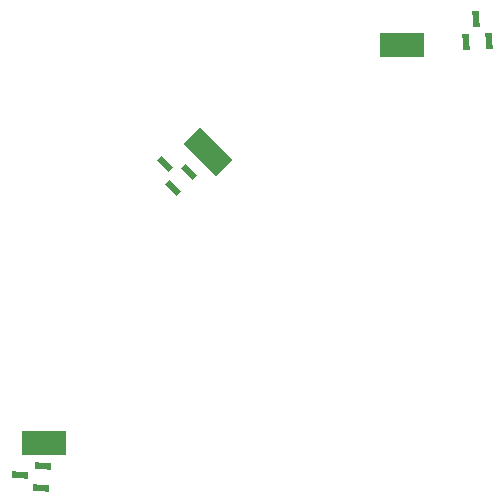
<source format=gbp>
G04*
G04 #@! TF.GenerationSoftware,Altium Limited,Altium Designer,24.1.2 (44)*
G04*
G04 Layer_Color=128*
%FSLAX25Y25*%
%MOIN*%
G70*
G04*
G04 #@! TF.SameCoordinates,00511CFA-0F04-46CA-AFF9-E4457DF0149F*
G04*
G04*
G04 #@! TF.FilePolarity,Positive*
G04*
G01*
G75*
G04:AMPARAMS|DCode=28|XSize=21mil|YSize=52mil|CornerRadius=0mil|HoleSize=0mil|Usage=FLASHONLY|Rotation=185.000|XOffset=0mil|YOffset=0mil|HoleType=Round|Shape=Rectangle|*
%AMROTATEDRECTD28*
4,1,4,0.00819,0.02682,0.01273,-0.02499,-0.00819,-0.02682,-0.01273,0.02499,0.00819,0.02682,0.0*
%
%ADD28ROTATEDRECTD28*%

G04:AMPARAMS|DCode=29|XSize=21mil|YSize=52mil|CornerRadius=0mil|HoleSize=0mil|Usage=FLASHONLY|Rotation=265.000|XOffset=0mil|YOffset=0mil|HoleType=Round|Shape=Rectangle|*
%AMROTATEDRECTD29*
4,1,4,-0.02499,0.01273,0.02682,0.00819,0.02499,-0.01273,-0.02682,-0.00819,-0.02499,0.01273,0.0*
%
%ADD29ROTATEDRECTD29*%

G04:AMPARAMS|DCode=32|XSize=21mil|YSize=52mil|CornerRadius=0mil|HoleSize=0mil|Usage=FLASHONLY|Rotation=225.000|XOffset=0mil|YOffset=0mil|HoleType=Round|Shape=Rectangle|*
%AMROTATEDRECTD32*
4,1,4,-0.01096,0.02581,0.02581,-0.01096,0.01096,-0.02581,-0.02581,0.01096,-0.01096,0.02581,0.0*
%
%ADD32ROTATEDRECTD32*%

%ADD33R,0.07709X0.07906*%
G04:AMPARAMS|DCode=34|XSize=79.06mil|YSize=77.09mil|CornerRadius=0mil|HoleSize=0mil|Usage=FLASHONLY|Rotation=45.000|XOffset=0mil|YOffset=0mil|HoleType=Round|Shape=Rectangle|*
%AMROTATEDRECTD34*
4,1,4,-0.00070,-0.05520,-0.05520,-0.00070,0.00070,0.05520,0.05520,0.00070,-0.00070,-0.05520,0.0*
%
%ADD34ROTATEDRECTD34*%

D28*
X-14562Y166450D02*
D03*
X-17643Y158752D02*
D03*
X-10192Y159404D02*
D03*
D29*
X-158752Y17643D02*
D03*
X-159404Y10192D02*
D03*
X-166450Y14562D02*
D03*
D32*
X-118148Y118148D02*
D03*
X-115560Y110270D02*
D03*
X-110270Y115560D02*
D03*
D33*
X-35358Y157765D02*
D03*
X-42642D02*
D03*
X-154779Y25343D02*
D03*
X-162063Y25343D02*
D03*
D34*
X-101284Y119647D02*
D03*
X-106434Y124797D02*
D03*
M02*

</source>
